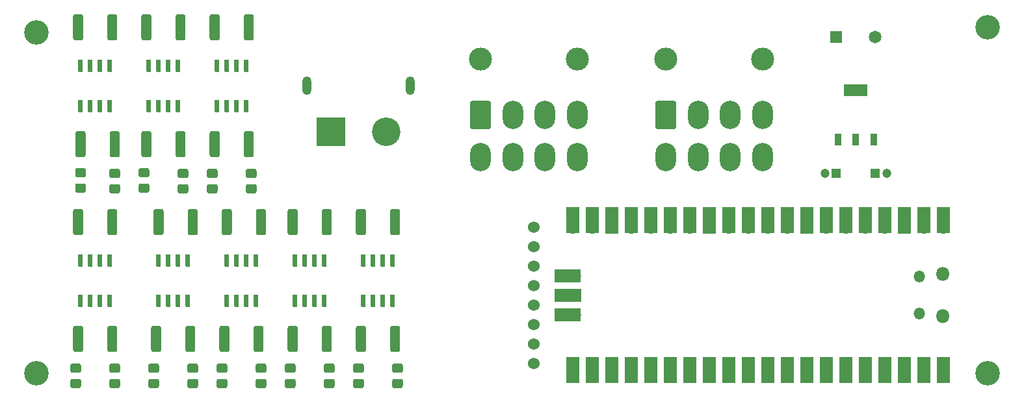
<source format=gbr>
G04 #@! TF.GenerationSoftware,KiCad,Pcbnew,(5.1.10-1-10_14)*
G04 #@! TF.CreationDate,2021-11-10T20:03:13-05:00*
G04 #@! TF.ProjectId,ISAAC_V2,49534141-435f-4563-922e-6b696361645f,rev?*
G04 #@! TF.SameCoordinates,Original*
G04 #@! TF.FileFunction,Soldermask,Top*
G04 #@! TF.FilePolarity,Negative*
%FSLAX46Y46*%
G04 Gerber Fmt 4.6, Leading zero omitted, Abs format (unit mm)*
G04 Created by KiCad (PCBNEW (5.1.10-1-10_14)) date 2021-11-10 20:03:13*
%MOMM*%
%LPD*%
G01*
G04 APERTURE LIST*
%ADD10C,1.200000*%
%ADD11R,1.200000X1.200000*%
%ADD12C,3.200000*%
%ADD13C,3.000000*%
%ADD14O,2.700000X3.700000*%
%ADD15R,1.650000X1.650000*%
%ADD16C,1.650000*%
%ADD17R,3.716000X3.716000*%
%ADD18C,3.716000*%
%ADD19O,1.200000X2.400000*%
%ADD20C,1.524000*%
%ADD21R,0.838200X1.600200*%
%ADD22R,3.098800X1.600200*%
%ADD23O,1.700000X1.700000*%
%ADD24R,1.700000X1.700000*%
%ADD25R,1.700000X3.500000*%
%ADD26O,1.800000X1.800000*%
%ADD27O,1.500000X1.500000*%
%ADD28R,3.500000X1.700000*%
G04 APERTURE END LIST*
D10*
X214400000Y-95250000D03*
D11*
X215900000Y-95250000D03*
X220980000Y-95250000D03*
D10*
X222480000Y-95250000D03*
G36*
G01*
X153335000Y-103050000D02*
X153335000Y-100150000D01*
G75*
G02*
X153585000Y-99900000I250000J0D01*
G01*
X154385000Y-99900000D01*
G75*
G02*
X154635000Y-100150000I0J-250000D01*
G01*
X154635000Y-103050000D01*
G75*
G02*
X154385000Y-103300000I-250000J0D01*
G01*
X153585000Y-103300000D01*
G75*
G02*
X153335000Y-103050000I0J250000D01*
G01*
G37*
G36*
G01*
X157785000Y-103050000D02*
X157785000Y-100150000D01*
G75*
G02*
X158035000Y-99900000I250000J0D01*
G01*
X158835000Y-99900000D01*
G75*
G02*
X159085000Y-100150000I0J-250000D01*
G01*
X159085000Y-103050000D01*
G75*
G02*
X158835000Y-103300000I-250000J0D01*
G01*
X158035000Y-103300000D01*
G75*
G02*
X157785000Y-103050000I0J250000D01*
G01*
G37*
G36*
G01*
X157785000Y-118290000D02*
X157785000Y-115390000D01*
G75*
G02*
X158035000Y-115140000I250000J0D01*
G01*
X158835000Y-115140000D01*
G75*
G02*
X159085000Y-115390000I0J-250000D01*
G01*
X159085000Y-118290000D01*
G75*
G02*
X158835000Y-118540000I-250000J0D01*
G01*
X158035000Y-118540000D01*
G75*
G02*
X157785000Y-118290000I0J250000D01*
G01*
G37*
G36*
G01*
X153335000Y-118290000D02*
X153335000Y-115390000D01*
G75*
G02*
X153585000Y-115140000I250000J0D01*
G01*
X154385000Y-115140000D01*
G75*
G02*
X154635000Y-115390000I0J-250000D01*
G01*
X154635000Y-118290000D01*
G75*
G02*
X154385000Y-118540000I-250000J0D01*
G01*
X153585000Y-118540000D01*
G75*
G02*
X153335000Y-118290000I0J250000D01*
G01*
G37*
G36*
G01*
X144445000Y-103050000D02*
X144445000Y-100150000D01*
G75*
G02*
X144695000Y-99900000I250000J0D01*
G01*
X145495000Y-99900000D01*
G75*
G02*
X145745000Y-100150000I0J-250000D01*
G01*
X145745000Y-103050000D01*
G75*
G02*
X145495000Y-103300000I-250000J0D01*
G01*
X144695000Y-103300000D01*
G75*
G02*
X144445000Y-103050000I0J250000D01*
G01*
G37*
G36*
G01*
X148895000Y-103050000D02*
X148895000Y-100150000D01*
G75*
G02*
X149145000Y-99900000I250000J0D01*
G01*
X149945000Y-99900000D01*
G75*
G02*
X150195000Y-100150000I0J-250000D01*
G01*
X150195000Y-103050000D01*
G75*
G02*
X149945000Y-103300000I-250000J0D01*
G01*
X149145000Y-103300000D01*
G75*
G02*
X148895000Y-103050000I0J250000D01*
G01*
G37*
G36*
G01*
X148895000Y-118290000D02*
X148895000Y-115390000D01*
G75*
G02*
X149145000Y-115140000I250000J0D01*
G01*
X149945000Y-115140000D01*
G75*
G02*
X150195000Y-115390000I0J-250000D01*
G01*
X150195000Y-118290000D01*
G75*
G02*
X149945000Y-118540000I-250000J0D01*
G01*
X149145000Y-118540000D01*
G75*
G02*
X148895000Y-118290000I0J250000D01*
G01*
G37*
G36*
G01*
X144445000Y-118290000D02*
X144445000Y-115390000D01*
G75*
G02*
X144695000Y-115140000I250000J0D01*
G01*
X145495000Y-115140000D01*
G75*
G02*
X145745000Y-115390000I0J-250000D01*
G01*
X145745000Y-118290000D01*
G75*
G02*
X145495000Y-118540000I-250000J0D01*
G01*
X144695000Y-118540000D01*
G75*
G02*
X144445000Y-118290000I0J250000D01*
G01*
G37*
G36*
G01*
X135870000Y-103050000D02*
X135870000Y-100150000D01*
G75*
G02*
X136120000Y-99900000I250000J0D01*
G01*
X136920000Y-99900000D01*
G75*
G02*
X137170000Y-100150000I0J-250000D01*
G01*
X137170000Y-103050000D01*
G75*
G02*
X136920000Y-103300000I-250000J0D01*
G01*
X136120000Y-103300000D01*
G75*
G02*
X135870000Y-103050000I0J250000D01*
G01*
G37*
G36*
G01*
X140320000Y-103050000D02*
X140320000Y-100150000D01*
G75*
G02*
X140570000Y-99900000I250000J0D01*
G01*
X141370000Y-99900000D01*
G75*
G02*
X141620000Y-100150000I0J-250000D01*
G01*
X141620000Y-103050000D01*
G75*
G02*
X141370000Y-103300000I-250000J0D01*
G01*
X140570000Y-103300000D01*
G75*
G02*
X140320000Y-103050000I0J250000D01*
G01*
G37*
G36*
G01*
X140005000Y-118290000D02*
X140005000Y-115390000D01*
G75*
G02*
X140255000Y-115140000I250000J0D01*
G01*
X141055000Y-115140000D01*
G75*
G02*
X141305000Y-115390000I0J-250000D01*
G01*
X141305000Y-118290000D01*
G75*
G02*
X141055000Y-118540000I-250000J0D01*
G01*
X140255000Y-118540000D01*
G75*
G02*
X140005000Y-118290000I0J250000D01*
G01*
G37*
G36*
G01*
X135555000Y-118290000D02*
X135555000Y-115390000D01*
G75*
G02*
X135805000Y-115140000I250000J0D01*
G01*
X136605000Y-115140000D01*
G75*
G02*
X136855000Y-115390000I0J-250000D01*
G01*
X136855000Y-118290000D01*
G75*
G02*
X136605000Y-118540000I-250000J0D01*
G01*
X135805000Y-118540000D01*
G75*
G02*
X135555000Y-118290000I0J250000D01*
G01*
G37*
G36*
G01*
X126980000Y-103050000D02*
X126980000Y-100150000D01*
G75*
G02*
X127230000Y-99900000I250000J0D01*
G01*
X128030000Y-99900000D01*
G75*
G02*
X128280000Y-100150000I0J-250000D01*
G01*
X128280000Y-103050000D01*
G75*
G02*
X128030000Y-103300000I-250000J0D01*
G01*
X127230000Y-103300000D01*
G75*
G02*
X126980000Y-103050000I0J250000D01*
G01*
G37*
G36*
G01*
X131430000Y-103050000D02*
X131430000Y-100150000D01*
G75*
G02*
X131680000Y-99900000I250000J0D01*
G01*
X132480000Y-99900000D01*
G75*
G02*
X132730000Y-100150000I0J-250000D01*
G01*
X132730000Y-103050000D01*
G75*
G02*
X132480000Y-103300000I-250000J0D01*
G01*
X131680000Y-103300000D01*
G75*
G02*
X131430000Y-103050000I0J250000D01*
G01*
G37*
G36*
G01*
X131115000Y-118290000D02*
X131115000Y-115390000D01*
G75*
G02*
X131365000Y-115140000I250000J0D01*
G01*
X132165000Y-115140000D01*
G75*
G02*
X132415000Y-115390000I0J-250000D01*
G01*
X132415000Y-118290000D01*
G75*
G02*
X132165000Y-118540000I-250000J0D01*
G01*
X131365000Y-118540000D01*
G75*
G02*
X131115000Y-118290000I0J250000D01*
G01*
G37*
G36*
G01*
X126665000Y-118290000D02*
X126665000Y-115390000D01*
G75*
G02*
X126915000Y-115140000I250000J0D01*
G01*
X127715000Y-115140000D01*
G75*
G02*
X127965000Y-115390000I0J-250000D01*
G01*
X127965000Y-118290000D01*
G75*
G02*
X127715000Y-118540000I-250000J0D01*
G01*
X126915000Y-118540000D01*
G75*
G02*
X126665000Y-118290000I0J250000D01*
G01*
G37*
G36*
G01*
X116505000Y-103050000D02*
X116505000Y-100150000D01*
G75*
G02*
X116755000Y-99900000I250000J0D01*
G01*
X117555000Y-99900000D01*
G75*
G02*
X117805000Y-100150000I0J-250000D01*
G01*
X117805000Y-103050000D01*
G75*
G02*
X117555000Y-103300000I-250000J0D01*
G01*
X116755000Y-103300000D01*
G75*
G02*
X116505000Y-103050000I0J250000D01*
G01*
G37*
G36*
G01*
X120955000Y-103050000D02*
X120955000Y-100150000D01*
G75*
G02*
X121205000Y-99900000I250000J0D01*
G01*
X122005000Y-99900000D01*
G75*
G02*
X122255000Y-100150000I0J-250000D01*
G01*
X122255000Y-103050000D01*
G75*
G02*
X122005000Y-103300000I-250000J0D01*
G01*
X121205000Y-103300000D01*
G75*
G02*
X120955000Y-103050000I0J250000D01*
G01*
G37*
G36*
G01*
X120955000Y-118290000D02*
X120955000Y-115390000D01*
G75*
G02*
X121205000Y-115140000I250000J0D01*
G01*
X122005000Y-115140000D01*
G75*
G02*
X122255000Y-115390000I0J-250000D01*
G01*
X122255000Y-118290000D01*
G75*
G02*
X122005000Y-118540000I-250000J0D01*
G01*
X121205000Y-118540000D01*
G75*
G02*
X120955000Y-118290000I0J250000D01*
G01*
G37*
G36*
G01*
X116505000Y-118290000D02*
X116505000Y-115390000D01*
G75*
G02*
X116755000Y-115140000I250000J0D01*
G01*
X117555000Y-115140000D01*
G75*
G02*
X117805000Y-115390000I0J-250000D01*
G01*
X117805000Y-118290000D01*
G75*
G02*
X117555000Y-118540000I-250000J0D01*
G01*
X116755000Y-118540000D01*
G75*
G02*
X116505000Y-118290000I0J250000D01*
G01*
G37*
G36*
G01*
X134285000Y-77650000D02*
X134285000Y-74750000D01*
G75*
G02*
X134535000Y-74500000I250000J0D01*
G01*
X135335000Y-74500000D01*
G75*
G02*
X135585000Y-74750000I0J-250000D01*
G01*
X135585000Y-77650000D01*
G75*
G02*
X135335000Y-77900000I-250000J0D01*
G01*
X134535000Y-77900000D01*
G75*
G02*
X134285000Y-77650000I0J250000D01*
G01*
G37*
G36*
G01*
X138735000Y-77650000D02*
X138735000Y-74750000D01*
G75*
G02*
X138985000Y-74500000I250000J0D01*
G01*
X139785000Y-74500000D01*
G75*
G02*
X140035000Y-74750000I0J-250000D01*
G01*
X140035000Y-77650000D01*
G75*
G02*
X139785000Y-77900000I-250000J0D01*
G01*
X138985000Y-77900000D01*
G75*
G02*
X138735000Y-77650000I0J250000D01*
G01*
G37*
G36*
G01*
X138735000Y-92890000D02*
X138735000Y-89990000D01*
G75*
G02*
X138985000Y-89740000I250000J0D01*
G01*
X139785000Y-89740000D01*
G75*
G02*
X140035000Y-89990000I0J-250000D01*
G01*
X140035000Y-92890000D01*
G75*
G02*
X139785000Y-93140000I-250000J0D01*
G01*
X138985000Y-93140000D01*
G75*
G02*
X138735000Y-92890000I0J250000D01*
G01*
G37*
G36*
G01*
X134285000Y-92890000D02*
X134285000Y-89990000D01*
G75*
G02*
X134535000Y-89740000I250000J0D01*
G01*
X135335000Y-89740000D01*
G75*
G02*
X135585000Y-89990000I0J-250000D01*
G01*
X135585000Y-92890000D01*
G75*
G02*
X135335000Y-93140000I-250000J0D01*
G01*
X134535000Y-93140000D01*
G75*
G02*
X134285000Y-92890000I0J250000D01*
G01*
G37*
G36*
G01*
X125395000Y-77650000D02*
X125395000Y-74750000D01*
G75*
G02*
X125645000Y-74500000I250000J0D01*
G01*
X126445000Y-74500000D01*
G75*
G02*
X126695000Y-74750000I0J-250000D01*
G01*
X126695000Y-77650000D01*
G75*
G02*
X126445000Y-77900000I-250000J0D01*
G01*
X125645000Y-77900000D01*
G75*
G02*
X125395000Y-77650000I0J250000D01*
G01*
G37*
G36*
G01*
X129845000Y-77650000D02*
X129845000Y-74750000D01*
G75*
G02*
X130095000Y-74500000I250000J0D01*
G01*
X130895000Y-74500000D01*
G75*
G02*
X131145000Y-74750000I0J-250000D01*
G01*
X131145000Y-77650000D01*
G75*
G02*
X130895000Y-77900000I-250000J0D01*
G01*
X130095000Y-77900000D01*
G75*
G02*
X129845000Y-77650000I0J250000D01*
G01*
G37*
G36*
G01*
X129845000Y-92890000D02*
X129845000Y-89990000D01*
G75*
G02*
X130095000Y-89740000I250000J0D01*
G01*
X130895000Y-89740000D01*
G75*
G02*
X131145000Y-89990000I0J-250000D01*
G01*
X131145000Y-92890000D01*
G75*
G02*
X130895000Y-93140000I-250000J0D01*
G01*
X130095000Y-93140000D01*
G75*
G02*
X129845000Y-92890000I0J250000D01*
G01*
G37*
G36*
G01*
X125395000Y-92890000D02*
X125395000Y-89990000D01*
G75*
G02*
X125645000Y-89740000I250000J0D01*
G01*
X126445000Y-89740000D01*
G75*
G02*
X126695000Y-89990000I0J-250000D01*
G01*
X126695000Y-92890000D01*
G75*
G02*
X126445000Y-93140000I-250000J0D01*
G01*
X125645000Y-93140000D01*
G75*
G02*
X125395000Y-92890000I0J250000D01*
G01*
G37*
G36*
G01*
X116505000Y-77650000D02*
X116505000Y-74750000D01*
G75*
G02*
X116755000Y-74500000I250000J0D01*
G01*
X117555000Y-74500000D01*
G75*
G02*
X117805000Y-74750000I0J-250000D01*
G01*
X117805000Y-77650000D01*
G75*
G02*
X117555000Y-77900000I-250000J0D01*
G01*
X116755000Y-77900000D01*
G75*
G02*
X116505000Y-77650000I0J250000D01*
G01*
G37*
G36*
G01*
X120955000Y-77650000D02*
X120955000Y-74750000D01*
G75*
G02*
X121205000Y-74500000I250000J0D01*
G01*
X122005000Y-74500000D01*
G75*
G02*
X122255000Y-74750000I0J-250000D01*
G01*
X122255000Y-77650000D01*
G75*
G02*
X122005000Y-77900000I-250000J0D01*
G01*
X121205000Y-77900000D01*
G75*
G02*
X120955000Y-77650000I0J250000D01*
G01*
G37*
G36*
G01*
X121270000Y-92890000D02*
X121270000Y-89990000D01*
G75*
G02*
X121520000Y-89740000I250000J0D01*
G01*
X122320000Y-89740000D01*
G75*
G02*
X122570000Y-89990000I0J-250000D01*
G01*
X122570000Y-92890000D01*
G75*
G02*
X122320000Y-93140000I-250000J0D01*
G01*
X121520000Y-93140000D01*
G75*
G02*
X121270000Y-92890000I0J250000D01*
G01*
G37*
G36*
G01*
X116820000Y-92890000D02*
X116820000Y-89990000D01*
G75*
G02*
X117070000Y-89740000I250000J0D01*
G01*
X117870000Y-89740000D01*
G75*
G02*
X118120000Y-89990000I0J-250000D01*
G01*
X118120000Y-92890000D01*
G75*
G02*
X117870000Y-93140000I-250000J0D01*
G01*
X117070000Y-93140000D01*
G75*
G02*
X116820000Y-92890000I0J250000D01*
G01*
G37*
D12*
X235585000Y-76200000D03*
X235585000Y-121285000D03*
X111760000Y-76835000D03*
X111760000Y-121285000D03*
D13*
X206275000Y-80330000D03*
X193675000Y-80330000D03*
D14*
X206275000Y-93130000D03*
X202075000Y-93130000D03*
X197875000Y-93130000D03*
X193675000Y-93130000D03*
X206275000Y-87630000D03*
X202075000Y-87630000D03*
X197875000Y-87630000D03*
G36*
G01*
X192325000Y-89229999D02*
X192325000Y-86030001D01*
G75*
G02*
X192575001Y-85780000I250001J0D01*
G01*
X194774999Y-85780000D01*
G75*
G02*
X195025000Y-86030001I0J-250001D01*
G01*
X195025000Y-89229999D01*
G75*
G02*
X194774999Y-89480000I-250001J0D01*
G01*
X192575001Y-89480000D01*
G75*
G02*
X192325000Y-89229999I0J250001D01*
G01*
G37*
G36*
G01*
X168195000Y-89229999D02*
X168195000Y-86030001D01*
G75*
G02*
X168445001Y-85780000I250001J0D01*
G01*
X170644999Y-85780000D01*
G75*
G02*
X170895000Y-86030001I0J-250001D01*
G01*
X170895000Y-89229999D01*
G75*
G02*
X170644999Y-89480000I-250001J0D01*
G01*
X168445001Y-89480000D01*
G75*
G02*
X168195000Y-89229999I0J250001D01*
G01*
G37*
X173745000Y-87630000D03*
X177945000Y-87630000D03*
X182145000Y-87630000D03*
X169545000Y-93130000D03*
X173745000Y-93130000D03*
X177945000Y-93130000D03*
X182145000Y-93130000D03*
D13*
X169545000Y-80330000D03*
X182145000Y-80330000D03*
D15*
X215900000Y-77470000D03*
D16*
X220980000Y-77470000D03*
D17*
X150070000Y-89820000D03*
D18*
X157270000Y-89820000D03*
D19*
X146920000Y-83820000D03*
X160420000Y-83820000D03*
G36*
G01*
X159200001Y-123250000D02*
X158299999Y-123250000D01*
G75*
G02*
X158050000Y-123000001I0J249999D01*
G01*
X158050000Y-122299999D01*
G75*
G02*
X158299999Y-122050000I249999J0D01*
G01*
X159200001Y-122050000D01*
G75*
G02*
X159450000Y-122299999I0J-249999D01*
G01*
X159450000Y-123000001D01*
G75*
G02*
X159200001Y-123250000I-249999J0D01*
G01*
G37*
G36*
G01*
X159200001Y-121250000D02*
X158299999Y-121250000D01*
G75*
G02*
X158050000Y-121000001I0J249999D01*
G01*
X158050000Y-120299999D01*
G75*
G02*
X158299999Y-120050000I249999J0D01*
G01*
X159200001Y-120050000D01*
G75*
G02*
X159450000Y-120299999I0J-249999D01*
G01*
X159450000Y-121000001D01*
G75*
G02*
X159200001Y-121250000I-249999J0D01*
G01*
G37*
G36*
G01*
X154120001Y-123250000D02*
X153219999Y-123250000D01*
G75*
G02*
X152970000Y-123000001I0J249999D01*
G01*
X152970000Y-122299999D01*
G75*
G02*
X153219999Y-122050000I249999J0D01*
G01*
X154120001Y-122050000D01*
G75*
G02*
X154370000Y-122299999I0J-249999D01*
G01*
X154370000Y-123000001D01*
G75*
G02*
X154120001Y-123250000I-249999J0D01*
G01*
G37*
G36*
G01*
X154120001Y-121250000D02*
X153219999Y-121250000D01*
G75*
G02*
X152970000Y-121000001I0J249999D01*
G01*
X152970000Y-120299999D01*
G75*
G02*
X153219999Y-120050000I249999J0D01*
G01*
X154120001Y-120050000D01*
G75*
G02*
X154370000Y-120299999I0J-249999D01*
G01*
X154370000Y-121000001D01*
G75*
G02*
X154120001Y-121250000I-249999J0D01*
G01*
G37*
G36*
G01*
X150310001Y-121250000D02*
X149409999Y-121250000D01*
G75*
G02*
X149160000Y-121000001I0J249999D01*
G01*
X149160000Y-120299999D01*
G75*
G02*
X149409999Y-120050000I249999J0D01*
G01*
X150310001Y-120050000D01*
G75*
G02*
X150560000Y-120299999I0J-249999D01*
G01*
X150560000Y-121000001D01*
G75*
G02*
X150310001Y-121250000I-249999J0D01*
G01*
G37*
G36*
G01*
X150310001Y-123250000D02*
X149409999Y-123250000D01*
G75*
G02*
X149160000Y-123000001I0J249999D01*
G01*
X149160000Y-122299999D01*
G75*
G02*
X149409999Y-122050000I249999J0D01*
G01*
X150310001Y-122050000D01*
G75*
G02*
X150560000Y-122299999I0J-249999D01*
G01*
X150560000Y-123000001D01*
G75*
G02*
X150310001Y-123250000I-249999J0D01*
G01*
G37*
G36*
G01*
X145230001Y-121250000D02*
X144329999Y-121250000D01*
G75*
G02*
X144080000Y-121000001I0J249999D01*
G01*
X144080000Y-120299999D01*
G75*
G02*
X144329999Y-120050000I249999J0D01*
G01*
X145230001Y-120050000D01*
G75*
G02*
X145480000Y-120299999I0J-249999D01*
G01*
X145480000Y-121000001D01*
G75*
G02*
X145230001Y-121250000I-249999J0D01*
G01*
G37*
G36*
G01*
X145230001Y-123250000D02*
X144329999Y-123250000D01*
G75*
G02*
X144080000Y-123000001I0J249999D01*
G01*
X144080000Y-122299999D01*
G75*
G02*
X144329999Y-122050000I249999J0D01*
G01*
X145230001Y-122050000D01*
G75*
G02*
X145480000Y-122299999I0J-249999D01*
G01*
X145480000Y-123000001D01*
G75*
G02*
X145230001Y-123250000I-249999J0D01*
G01*
G37*
G36*
G01*
X141420001Y-123250000D02*
X140519999Y-123250000D01*
G75*
G02*
X140270000Y-123000001I0J249999D01*
G01*
X140270000Y-122299999D01*
G75*
G02*
X140519999Y-122050000I249999J0D01*
G01*
X141420001Y-122050000D01*
G75*
G02*
X141670000Y-122299999I0J-249999D01*
G01*
X141670000Y-123000001D01*
G75*
G02*
X141420001Y-123250000I-249999J0D01*
G01*
G37*
G36*
G01*
X141420001Y-121250000D02*
X140519999Y-121250000D01*
G75*
G02*
X140270000Y-121000001I0J249999D01*
G01*
X140270000Y-120299999D01*
G75*
G02*
X140519999Y-120050000I249999J0D01*
G01*
X141420001Y-120050000D01*
G75*
G02*
X141670000Y-120299999I0J-249999D01*
G01*
X141670000Y-121000001D01*
G75*
G02*
X141420001Y-121250000I-249999J0D01*
G01*
G37*
G36*
G01*
X136340001Y-123250000D02*
X135439999Y-123250000D01*
G75*
G02*
X135190000Y-123000001I0J249999D01*
G01*
X135190000Y-122299999D01*
G75*
G02*
X135439999Y-122050000I249999J0D01*
G01*
X136340001Y-122050000D01*
G75*
G02*
X136590000Y-122299999I0J-249999D01*
G01*
X136590000Y-123000001D01*
G75*
G02*
X136340001Y-123250000I-249999J0D01*
G01*
G37*
G36*
G01*
X136340001Y-121250000D02*
X135439999Y-121250000D01*
G75*
G02*
X135190000Y-121000001I0J249999D01*
G01*
X135190000Y-120299999D01*
G75*
G02*
X135439999Y-120050000I249999J0D01*
G01*
X136340001Y-120050000D01*
G75*
G02*
X136590000Y-120299999I0J-249999D01*
G01*
X136590000Y-121000001D01*
G75*
G02*
X136340001Y-121250000I-249999J0D01*
G01*
G37*
G36*
G01*
X132530001Y-121250000D02*
X131629999Y-121250000D01*
G75*
G02*
X131380000Y-121000001I0J249999D01*
G01*
X131380000Y-120299999D01*
G75*
G02*
X131629999Y-120050000I249999J0D01*
G01*
X132530001Y-120050000D01*
G75*
G02*
X132780000Y-120299999I0J-249999D01*
G01*
X132780000Y-121000001D01*
G75*
G02*
X132530001Y-121250000I-249999J0D01*
G01*
G37*
G36*
G01*
X132530001Y-123250000D02*
X131629999Y-123250000D01*
G75*
G02*
X131380000Y-123000001I0J249999D01*
G01*
X131380000Y-122299999D01*
G75*
G02*
X131629999Y-122050000I249999J0D01*
G01*
X132530001Y-122050000D01*
G75*
G02*
X132780000Y-122299999I0J-249999D01*
G01*
X132780000Y-123000001D01*
G75*
G02*
X132530001Y-123250000I-249999J0D01*
G01*
G37*
G36*
G01*
X127450001Y-123250000D02*
X126549999Y-123250000D01*
G75*
G02*
X126300000Y-123000001I0J249999D01*
G01*
X126300000Y-122299999D01*
G75*
G02*
X126549999Y-122050000I249999J0D01*
G01*
X127450001Y-122050000D01*
G75*
G02*
X127700000Y-122299999I0J-249999D01*
G01*
X127700000Y-123000001D01*
G75*
G02*
X127450001Y-123250000I-249999J0D01*
G01*
G37*
G36*
G01*
X127450001Y-121250000D02*
X126549999Y-121250000D01*
G75*
G02*
X126300000Y-121000001I0J249999D01*
G01*
X126300000Y-120299999D01*
G75*
G02*
X126549999Y-120050000I249999J0D01*
G01*
X127450001Y-120050000D01*
G75*
G02*
X127700000Y-120299999I0J-249999D01*
G01*
X127700000Y-121000001D01*
G75*
G02*
X127450001Y-121250000I-249999J0D01*
G01*
G37*
G36*
G01*
X122370001Y-121250000D02*
X121469999Y-121250000D01*
G75*
G02*
X121220000Y-121000001I0J249999D01*
G01*
X121220000Y-120299999D01*
G75*
G02*
X121469999Y-120050000I249999J0D01*
G01*
X122370001Y-120050000D01*
G75*
G02*
X122620000Y-120299999I0J-249999D01*
G01*
X122620000Y-121000001D01*
G75*
G02*
X122370001Y-121250000I-249999J0D01*
G01*
G37*
G36*
G01*
X122370001Y-123250000D02*
X121469999Y-123250000D01*
G75*
G02*
X121220000Y-123000001I0J249999D01*
G01*
X121220000Y-122299999D01*
G75*
G02*
X121469999Y-122050000I249999J0D01*
G01*
X122370001Y-122050000D01*
G75*
G02*
X122620000Y-122299999I0J-249999D01*
G01*
X122620000Y-123000001D01*
G75*
G02*
X122370001Y-123250000I-249999J0D01*
G01*
G37*
G36*
G01*
X117290001Y-121250000D02*
X116389999Y-121250000D01*
G75*
G02*
X116140000Y-121000001I0J249999D01*
G01*
X116140000Y-120299999D01*
G75*
G02*
X116389999Y-120050000I249999J0D01*
G01*
X117290001Y-120050000D01*
G75*
G02*
X117540000Y-120299999I0J-249999D01*
G01*
X117540000Y-121000001D01*
G75*
G02*
X117290001Y-121250000I-249999J0D01*
G01*
G37*
G36*
G01*
X117290001Y-123250000D02*
X116389999Y-123250000D01*
G75*
G02*
X116140000Y-123000001I0J249999D01*
G01*
X116140000Y-122299999D01*
G75*
G02*
X116389999Y-122050000I249999J0D01*
G01*
X117290001Y-122050000D01*
G75*
G02*
X117540000Y-122299999I0J-249999D01*
G01*
X117540000Y-123000001D01*
G75*
G02*
X117290001Y-123250000I-249999J0D01*
G01*
G37*
G36*
G01*
X140150001Y-97850000D02*
X139249999Y-97850000D01*
G75*
G02*
X139000000Y-97600001I0J249999D01*
G01*
X139000000Y-96899999D01*
G75*
G02*
X139249999Y-96650000I249999J0D01*
G01*
X140150001Y-96650000D01*
G75*
G02*
X140400000Y-96899999I0J-249999D01*
G01*
X140400000Y-97600001D01*
G75*
G02*
X140150001Y-97850000I-249999J0D01*
G01*
G37*
G36*
G01*
X140150001Y-95850000D02*
X139249999Y-95850000D01*
G75*
G02*
X139000000Y-95600001I0J249999D01*
G01*
X139000000Y-94899999D01*
G75*
G02*
X139249999Y-94650000I249999J0D01*
G01*
X140150001Y-94650000D01*
G75*
G02*
X140400000Y-94899999I0J-249999D01*
G01*
X140400000Y-95600001D01*
G75*
G02*
X140150001Y-95850000I-249999J0D01*
G01*
G37*
G36*
G01*
X135070001Y-95850000D02*
X134169999Y-95850000D01*
G75*
G02*
X133920000Y-95600001I0J249999D01*
G01*
X133920000Y-94899999D01*
G75*
G02*
X134169999Y-94650000I249999J0D01*
G01*
X135070001Y-94650000D01*
G75*
G02*
X135320000Y-94899999I0J-249999D01*
G01*
X135320000Y-95600001D01*
G75*
G02*
X135070001Y-95850000I-249999J0D01*
G01*
G37*
G36*
G01*
X135070001Y-97850000D02*
X134169999Y-97850000D01*
G75*
G02*
X133920000Y-97600001I0J249999D01*
G01*
X133920000Y-96899999D01*
G75*
G02*
X134169999Y-96650000I249999J0D01*
G01*
X135070001Y-96650000D01*
G75*
G02*
X135320000Y-96899999I0J-249999D01*
G01*
X135320000Y-97600001D01*
G75*
G02*
X135070001Y-97850000I-249999J0D01*
G01*
G37*
G36*
G01*
X131260001Y-95850000D02*
X130359999Y-95850000D01*
G75*
G02*
X130110000Y-95600001I0J249999D01*
G01*
X130110000Y-94899999D01*
G75*
G02*
X130359999Y-94650000I249999J0D01*
G01*
X131260001Y-94650000D01*
G75*
G02*
X131510000Y-94899999I0J-249999D01*
G01*
X131510000Y-95600001D01*
G75*
G02*
X131260001Y-95850000I-249999J0D01*
G01*
G37*
G36*
G01*
X131260001Y-97850000D02*
X130359999Y-97850000D01*
G75*
G02*
X130110000Y-97600001I0J249999D01*
G01*
X130110000Y-96899999D01*
G75*
G02*
X130359999Y-96650000I249999J0D01*
G01*
X131260001Y-96650000D01*
G75*
G02*
X131510000Y-96899999I0J-249999D01*
G01*
X131510000Y-97600001D01*
G75*
G02*
X131260001Y-97850000I-249999J0D01*
G01*
G37*
G36*
G01*
X126180001Y-97755000D02*
X125279999Y-97755000D01*
G75*
G02*
X125030000Y-97505001I0J249999D01*
G01*
X125030000Y-96804999D01*
G75*
G02*
X125279999Y-96555000I249999J0D01*
G01*
X126180001Y-96555000D01*
G75*
G02*
X126430000Y-96804999I0J-249999D01*
G01*
X126430000Y-97505001D01*
G75*
G02*
X126180001Y-97755000I-249999J0D01*
G01*
G37*
G36*
G01*
X126180001Y-95755000D02*
X125279999Y-95755000D01*
G75*
G02*
X125030000Y-95505001I0J249999D01*
G01*
X125030000Y-94804999D01*
G75*
G02*
X125279999Y-94555000I249999J0D01*
G01*
X126180001Y-94555000D01*
G75*
G02*
X126430000Y-94804999I0J-249999D01*
G01*
X126430000Y-95505001D01*
G75*
G02*
X126180001Y-95755000I-249999J0D01*
G01*
G37*
G36*
G01*
X122370001Y-97850000D02*
X121469999Y-97850000D01*
G75*
G02*
X121220000Y-97600001I0J249999D01*
G01*
X121220000Y-96899999D01*
G75*
G02*
X121469999Y-96650000I249999J0D01*
G01*
X122370001Y-96650000D01*
G75*
G02*
X122620000Y-96899999I0J-249999D01*
G01*
X122620000Y-97600001D01*
G75*
G02*
X122370001Y-97850000I-249999J0D01*
G01*
G37*
G36*
G01*
X122370001Y-95850000D02*
X121469999Y-95850000D01*
G75*
G02*
X121220000Y-95600001I0J249999D01*
G01*
X121220000Y-94899999D01*
G75*
G02*
X121469999Y-94650000I249999J0D01*
G01*
X122370001Y-94650000D01*
G75*
G02*
X122620000Y-94899999I0J-249999D01*
G01*
X122620000Y-95600001D01*
G75*
G02*
X122370001Y-95850000I-249999J0D01*
G01*
G37*
G36*
G01*
X117925001Y-95755000D02*
X117024999Y-95755000D01*
G75*
G02*
X116775000Y-95505001I0J249999D01*
G01*
X116775000Y-94804999D01*
G75*
G02*
X117024999Y-94555000I249999J0D01*
G01*
X117925001Y-94555000D01*
G75*
G02*
X118175000Y-94804999I0J-249999D01*
G01*
X118175000Y-95505001D01*
G75*
G02*
X117925001Y-95755000I-249999J0D01*
G01*
G37*
G36*
G01*
X117925001Y-97755000D02*
X117024999Y-97755000D01*
G75*
G02*
X116775000Y-97505001I0J249999D01*
G01*
X116775000Y-96804999D01*
G75*
G02*
X117024999Y-96555000I249999J0D01*
G01*
X117925001Y-96555000D01*
G75*
G02*
X118175000Y-96804999I0J-249999D01*
G01*
X118175000Y-97505001D01*
G75*
G02*
X117925001Y-97755000I-249999J0D01*
G01*
G37*
G36*
G01*
X154558700Y-112635000D02*
X154051300Y-112635000D01*
G75*
G02*
X154010000Y-112593700I0J41300D01*
G01*
X154010000Y-111096300D01*
G75*
G02*
X154051300Y-111055000I41300J0D01*
G01*
X154558700Y-111055000D01*
G75*
G02*
X154600000Y-111096300I0J-41300D01*
G01*
X154600000Y-112593700D01*
G75*
G02*
X154558700Y-112635000I-41300J0D01*
G01*
G37*
G36*
G01*
X155828700Y-112635000D02*
X155321300Y-112635000D01*
G75*
G02*
X155280000Y-112593700I0J41300D01*
G01*
X155280000Y-111096300D01*
G75*
G02*
X155321300Y-111055000I41300J0D01*
G01*
X155828700Y-111055000D01*
G75*
G02*
X155870000Y-111096300I0J-41300D01*
G01*
X155870000Y-112593700D01*
G75*
G02*
X155828700Y-112635000I-41300J0D01*
G01*
G37*
G36*
G01*
X157098700Y-112635000D02*
X156591300Y-112635000D01*
G75*
G02*
X156550000Y-112593700I0J41300D01*
G01*
X156550000Y-111096300D01*
G75*
G02*
X156591300Y-111055000I41300J0D01*
G01*
X157098700Y-111055000D01*
G75*
G02*
X157140000Y-111096300I0J-41300D01*
G01*
X157140000Y-112593700D01*
G75*
G02*
X157098700Y-112635000I-41300J0D01*
G01*
G37*
G36*
G01*
X158368700Y-112635000D02*
X157861300Y-112635000D01*
G75*
G02*
X157820000Y-112593700I0J41300D01*
G01*
X157820000Y-111096300D01*
G75*
G02*
X157861300Y-111055000I41300J0D01*
G01*
X158368700Y-111055000D01*
G75*
G02*
X158410000Y-111096300I0J-41300D01*
G01*
X158410000Y-112593700D01*
G75*
G02*
X158368700Y-112635000I-41300J0D01*
G01*
G37*
G36*
G01*
X158368700Y-107385000D02*
X157861300Y-107385000D01*
G75*
G02*
X157820000Y-107343700I0J41300D01*
G01*
X157820000Y-105846300D01*
G75*
G02*
X157861300Y-105805000I41300J0D01*
G01*
X158368700Y-105805000D01*
G75*
G02*
X158410000Y-105846300I0J-41300D01*
G01*
X158410000Y-107343700D01*
G75*
G02*
X158368700Y-107385000I-41300J0D01*
G01*
G37*
G36*
G01*
X157098700Y-107385000D02*
X156591300Y-107385000D01*
G75*
G02*
X156550000Y-107343700I0J41300D01*
G01*
X156550000Y-105846300D01*
G75*
G02*
X156591300Y-105805000I41300J0D01*
G01*
X157098700Y-105805000D01*
G75*
G02*
X157140000Y-105846300I0J-41300D01*
G01*
X157140000Y-107343700D01*
G75*
G02*
X157098700Y-107385000I-41300J0D01*
G01*
G37*
G36*
G01*
X155828700Y-107385000D02*
X155321300Y-107385000D01*
G75*
G02*
X155280000Y-107343700I0J41300D01*
G01*
X155280000Y-105846300D01*
G75*
G02*
X155321300Y-105805000I41300J0D01*
G01*
X155828700Y-105805000D01*
G75*
G02*
X155870000Y-105846300I0J-41300D01*
G01*
X155870000Y-107343700D01*
G75*
G02*
X155828700Y-107385000I-41300J0D01*
G01*
G37*
G36*
G01*
X154558700Y-107385000D02*
X154051300Y-107385000D01*
G75*
G02*
X154010000Y-107343700I0J41300D01*
G01*
X154010000Y-105846300D01*
G75*
G02*
X154051300Y-105805000I41300J0D01*
G01*
X154558700Y-105805000D01*
G75*
G02*
X154600000Y-105846300I0J-41300D01*
G01*
X154600000Y-107343700D01*
G75*
G02*
X154558700Y-107385000I-41300J0D01*
G01*
G37*
G36*
G01*
X145668700Y-112635000D02*
X145161300Y-112635000D01*
G75*
G02*
X145120000Y-112593700I0J41300D01*
G01*
X145120000Y-111096300D01*
G75*
G02*
X145161300Y-111055000I41300J0D01*
G01*
X145668700Y-111055000D01*
G75*
G02*
X145710000Y-111096300I0J-41300D01*
G01*
X145710000Y-112593700D01*
G75*
G02*
X145668700Y-112635000I-41300J0D01*
G01*
G37*
G36*
G01*
X146938700Y-112635000D02*
X146431300Y-112635000D01*
G75*
G02*
X146390000Y-112593700I0J41300D01*
G01*
X146390000Y-111096300D01*
G75*
G02*
X146431300Y-111055000I41300J0D01*
G01*
X146938700Y-111055000D01*
G75*
G02*
X146980000Y-111096300I0J-41300D01*
G01*
X146980000Y-112593700D01*
G75*
G02*
X146938700Y-112635000I-41300J0D01*
G01*
G37*
G36*
G01*
X148208700Y-112635000D02*
X147701300Y-112635000D01*
G75*
G02*
X147660000Y-112593700I0J41300D01*
G01*
X147660000Y-111096300D01*
G75*
G02*
X147701300Y-111055000I41300J0D01*
G01*
X148208700Y-111055000D01*
G75*
G02*
X148250000Y-111096300I0J-41300D01*
G01*
X148250000Y-112593700D01*
G75*
G02*
X148208700Y-112635000I-41300J0D01*
G01*
G37*
G36*
G01*
X149478700Y-112635000D02*
X148971300Y-112635000D01*
G75*
G02*
X148930000Y-112593700I0J41300D01*
G01*
X148930000Y-111096300D01*
G75*
G02*
X148971300Y-111055000I41300J0D01*
G01*
X149478700Y-111055000D01*
G75*
G02*
X149520000Y-111096300I0J-41300D01*
G01*
X149520000Y-112593700D01*
G75*
G02*
X149478700Y-112635000I-41300J0D01*
G01*
G37*
G36*
G01*
X149478700Y-107385000D02*
X148971300Y-107385000D01*
G75*
G02*
X148930000Y-107343700I0J41300D01*
G01*
X148930000Y-105846300D01*
G75*
G02*
X148971300Y-105805000I41300J0D01*
G01*
X149478700Y-105805000D01*
G75*
G02*
X149520000Y-105846300I0J-41300D01*
G01*
X149520000Y-107343700D01*
G75*
G02*
X149478700Y-107385000I-41300J0D01*
G01*
G37*
G36*
G01*
X148208700Y-107385000D02*
X147701300Y-107385000D01*
G75*
G02*
X147660000Y-107343700I0J41300D01*
G01*
X147660000Y-105846300D01*
G75*
G02*
X147701300Y-105805000I41300J0D01*
G01*
X148208700Y-105805000D01*
G75*
G02*
X148250000Y-105846300I0J-41300D01*
G01*
X148250000Y-107343700D01*
G75*
G02*
X148208700Y-107385000I-41300J0D01*
G01*
G37*
G36*
G01*
X146938700Y-107385000D02*
X146431300Y-107385000D01*
G75*
G02*
X146390000Y-107343700I0J41300D01*
G01*
X146390000Y-105846300D01*
G75*
G02*
X146431300Y-105805000I41300J0D01*
G01*
X146938700Y-105805000D01*
G75*
G02*
X146980000Y-105846300I0J-41300D01*
G01*
X146980000Y-107343700D01*
G75*
G02*
X146938700Y-107385000I-41300J0D01*
G01*
G37*
G36*
G01*
X145668700Y-107385000D02*
X145161300Y-107385000D01*
G75*
G02*
X145120000Y-107343700I0J41300D01*
G01*
X145120000Y-105846300D01*
G75*
G02*
X145161300Y-105805000I41300J0D01*
G01*
X145668700Y-105805000D01*
G75*
G02*
X145710000Y-105846300I0J-41300D01*
G01*
X145710000Y-107343700D01*
G75*
G02*
X145668700Y-107385000I-41300J0D01*
G01*
G37*
G36*
G01*
X136778700Y-107385000D02*
X136271300Y-107385000D01*
G75*
G02*
X136230000Y-107343700I0J41300D01*
G01*
X136230000Y-105846300D01*
G75*
G02*
X136271300Y-105805000I41300J0D01*
G01*
X136778700Y-105805000D01*
G75*
G02*
X136820000Y-105846300I0J-41300D01*
G01*
X136820000Y-107343700D01*
G75*
G02*
X136778700Y-107385000I-41300J0D01*
G01*
G37*
G36*
G01*
X138048700Y-107385000D02*
X137541300Y-107385000D01*
G75*
G02*
X137500000Y-107343700I0J41300D01*
G01*
X137500000Y-105846300D01*
G75*
G02*
X137541300Y-105805000I41300J0D01*
G01*
X138048700Y-105805000D01*
G75*
G02*
X138090000Y-105846300I0J-41300D01*
G01*
X138090000Y-107343700D01*
G75*
G02*
X138048700Y-107385000I-41300J0D01*
G01*
G37*
G36*
G01*
X139318700Y-107385000D02*
X138811300Y-107385000D01*
G75*
G02*
X138770000Y-107343700I0J41300D01*
G01*
X138770000Y-105846300D01*
G75*
G02*
X138811300Y-105805000I41300J0D01*
G01*
X139318700Y-105805000D01*
G75*
G02*
X139360000Y-105846300I0J-41300D01*
G01*
X139360000Y-107343700D01*
G75*
G02*
X139318700Y-107385000I-41300J0D01*
G01*
G37*
G36*
G01*
X140588700Y-107385000D02*
X140081300Y-107385000D01*
G75*
G02*
X140040000Y-107343700I0J41300D01*
G01*
X140040000Y-105846300D01*
G75*
G02*
X140081300Y-105805000I41300J0D01*
G01*
X140588700Y-105805000D01*
G75*
G02*
X140630000Y-105846300I0J-41300D01*
G01*
X140630000Y-107343700D01*
G75*
G02*
X140588700Y-107385000I-41300J0D01*
G01*
G37*
G36*
G01*
X140588700Y-112635000D02*
X140081300Y-112635000D01*
G75*
G02*
X140040000Y-112593700I0J41300D01*
G01*
X140040000Y-111096300D01*
G75*
G02*
X140081300Y-111055000I41300J0D01*
G01*
X140588700Y-111055000D01*
G75*
G02*
X140630000Y-111096300I0J-41300D01*
G01*
X140630000Y-112593700D01*
G75*
G02*
X140588700Y-112635000I-41300J0D01*
G01*
G37*
G36*
G01*
X139318700Y-112635000D02*
X138811300Y-112635000D01*
G75*
G02*
X138770000Y-112593700I0J41300D01*
G01*
X138770000Y-111096300D01*
G75*
G02*
X138811300Y-111055000I41300J0D01*
G01*
X139318700Y-111055000D01*
G75*
G02*
X139360000Y-111096300I0J-41300D01*
G01*
X139360000Y-112593700D01*
G75*
G02*
X139318700Y-112635000I-41300J0D01*
G01*
G37*
G36*
G01*
X138048700Y-112635000D02*
X137541300Y-112635000D01*
G75*
G02*
X137500000Y-112593700I0J41300D01*
G01*
X137500000Y-111096300D01*
G75*
G02*
X137541300Y-111055000I41300J0D01*
G01*
X138048700Y-111055000D01*
G75*
G02*
X138090000Y-111096300I0J-41300D01*
G01*
X138090000Y-112593700D01*
G75*
G02*
X138048700Y-112635000I-41300J0D01*
G01*
G37*
G36*
G01*
X136778700Y-112635000D02*
X136271300Y-112635000D01*
G75*
G02*
X136230000Y-112593700I0J41300D01*
G01*
X136230000Y-111096300D01*
G75*
G02*
X136271300Y-111055000I41300J0D01*
G01*
X136778700Y-111055000D01*
G75*
G02*
X136820000Y-111096300I0J-41300D01*
G01*
X136820000Y-112593700D01*
G75*
G02*
X136778700Y-112635000I-41300J0D01*
G01*
G37*
G36*
G01*
X127888700Y-107385000D02*
X127381300Y-107385000D01*
G75*
G02*
X127340000Y-107343700I0J41300D01*
G01*
X127340000Y-105846300D01*
G75*
G02*
X127381300Y-105805000I41300J0D01*
G01*
X127888700Y-105805000D01*
G75*
G02*
X127930000Y-105846300I0J-41300D01*
G01*
X127930000Y-107343700D01*
G75*
G02*
X127888700Y-107385000I-41300J0D01*
G01*
G37*
G36*
G01*
X129158700Y-107385000D02*
X128651300Y-107385000D01*
G75*
G02*
X128610000Y-107343700I0J41300D01*
G01*
X128610000Y-105846300D01*
G75*
G02*
X128651300Y-105805000I41300J0D01*
G01*
X129158700Y-105805000D01*
G75*
G02*
X129200000Y-105846300I0J-41300D01*
G01*
X129200000Y-107343700D01*
G75*
G02*
X129158700Y-107385000I-41300J0D01*
G01*
G37*
G36*
G01*
X130428700Y-107385000D02*
X129921300Y-107385000D01*
G75*
G02*
X129880000Y-107343700I0J41300D01*
G01*
X129880000Y-105846300D01*
G75*
G02*
X129921300Y-105805000I41300J0D01*
G01*
X130428700Y-105805000D01*
G75*
G02*
X130470000Y-105846300I0J-41300D01*
G01*
X130470000Y-107343700D01*
G75*
G02*
X130428700Y-107385000I-41300J0D01*
G01*
G37*
G36*
G01*
X131698700Y-107385000D02*
X131191300Y-107385000D01*
G75*
G02*
X131150000Y-107343700I0J41300D01*
G01*
X131150000Y-105846300D01*
G75*
G02*
X131191300Y-105805000I41300J0D01*
G01*
X131698700Y-105805000D01*
G75*
G02*
X131740000Y-105846300I0J-41300D01*
G01*
X131740000Y-107343700D01*
G75*
G02*
X131698700Y-107385000I-41300J0D01*
G01*
G37*
G36*
G01*
X131698700Y-112635000D02*
X131191300Y-112635000D01*
G75*
G02*
X131150000Y-112593700I0J41300D01*
G01*
X131150000Y-111096300D01*
G75*
G02*
X131191300Y-111055000I41300J0D01*
G01*
X131698700Y-111055000D01*
G75*
G02*
X131740000Y-111096300I0J-41300D01*
G01*
X131740000Y-112593700D01*
G75*
G02*
X131698700Y-112635000I-41300J0D01*
G01*
G37*
G36*
G01*
X130428700Y-112635000D02*
X129921300Y-112635000D01*
G75*
G02*
X129880000Y-112593700I0J41300D01*
G01*
X129880000Y-111096300D01*
G75*
G02*
X129921300Y-111055000I41300J0D01*
G01*
X130428700Y-111055000D01*
G75*
G02*
X130470000Y-111096300I0J-41300D01*
G01*
X130470000Y-112593700D01*
G75*
G02*
X130428700Y-112635000I-41300J0D01*
G01*
G37*
G36*
G01*
X129158700Y-112635000D02*
X128651300Y-112635000D01*
G75*
G02*
X128610000Y-112593700I0J41300D01*
G01*
X128610000Y-111096300D01*
G75*
G02*
X128651300Y-111055000I41300J0D01*
G01*
X129158700Y-111055000D01*
G75*
G02*
X129200000Y-111096300I0J-41300D01*
G01*
X129200000Y-112593700D01*
G75*
G02*
X129158700Y-112635000I-41300J0D01*
G01*
G37*
G36*
G01*
X127888700Y-112635000D02*
X127381300Y-112635000D01*
G75*
G02*
X127340000Y-112593700I0J41300D01*
G01*
X127340000Y-111096300D01*
G75*
G02*
X127381300Y-111055000I41300J0D01*
G01*
X127888700Y-111055000D01*
G75*
G02*
X127930000Y-111096300I0J-41300D01*
G01*
X127930000Y-112593700D01*
G75*
G02*
X127888700Y-112635000I-41300J0D01*
G01*
G37*
D20*
X176530000Y-120015000D03*
X176530000Y-117475000D03*
X176530000Y-114935000D03*
X176530000Y-112395000D03*
X176530000Y-109855000D03*
X176530000Y-107315000D03*
X176530000Y-104775000D03*
X176530000Y-102235000D03*
G36*
G01*
X117728700Y-112635000D02*
X117221300Y-112635000D01*
G75*
G02*
X117180000Y-112593700I0J41300D01*
G01*
X117180000Y-111096300D01*
G75*
G02*
X117221300Y-111055000I41300J0D01*
G01*
X117728700Y-111055000D01*
G75*
G02*
X117770000Y-111096300I0J-41300D01*
G01*
X117770000Y-112593700D01*
G75*
G02*
X117728700Y-112635000I-41300J0D01*
G01*
G37*
G36*
G01*
X118998700Y-112635000D02*
X118491300Y-112635000D01*
G75*
G02*
X118450000Y-112593700I0J41300D01*
G01*
X118450000Y-111096300D01*
G75*
G02*
X118491300Y-111055000I41300J0D01*
G01*
X118998700Y-111055000D01*
G75*
G02*
X119040000Y-111096300I0J-41300D01*
G01*
X119040000Y-112593700D01*
G75*
G02*
X118998700Y-112635000I-41300J0D01*
G01*
G37*
G36*
G01*
X120268700Y-112635000D02*
X119761300Y-112635000D01*
G75*
G02*
X119720000Y-112593700I0J41300D01*
G01*
X119720000Y-111096300D01*
G75*
G02*
X119761300Y-111055000I41300J0D01*
G01*
X120268700Y-111055000D01*
G75*
G02*
X120310000Y-111096300I0J-41300D01*
G01*
X120310000Y-112593700D01*
G75*
G02*
X120268700Y-112635000I-41300J0D01*
G01*
G37*
G36*
G01*
X121538700Y-112635000D02*
X121031300Y-112635000D01*
G75*
G02*
X120990000Y-112593700I0J41300D01*
G01*
X120990000Y-111096300D01*
G75*
G02*
X121031300Y-111055000I41300J0D01*
G01*
X121538700Y-111055000D01*
G75*
G02*
X121580000Y-111096300I0J-41300D01*
G01*
X121580000Y-112593700D01*
G75*
G02*
X121538700Y-112635000I-41300J0D01*
G01*
G37*
G36*
G01*
X121538700Y-107385000D02*
X121031300Y-107385000D01*
G75*
G02*
X120990000Y-107343700I0J41300D01*
G01*
X120990000Y-105846300D01*
G75*
G02*
X121031300Y-105805000I41300J0D01*
G01*
X121538700Y-105805000D01*
G75*
G02*
X121580000Y-105846300I0J-41300D01*
G01*
X121580000Y-107343700D01*
G75*
G02*
X121538700Y-107385000I-41300J0D01*
G01*
G37*
G36*
G01*
X120268700Y-107385000D02*
X119761300Y-107385000D01*
G75*
G02*
X119720000Y-107343700I0J41300D01*
G01*
X119720000Y-105846300D01*
G75*
G02*
X119761300Y-105805000I41300J0D01*
G01*
X120268700Y-105805000D01*
G75*
G02*
X120310000Y-105846300I0J-41300D01*
G01*
X120310000Y-107343700D01*
G75*
G02*
X120268700Y-107385000I-41300J0D01*
G01*
G37*
G36*
G01*
X118998700Y-107385000D02*
X118491300Y-107385000D01*
G75*
G02*
X118450000Y-107343700I0J41300D01*
G01*
X118450000Y-105846300D01*
G75*
G02*
X118491300Y-105805000I41300J0D01*
G01*
X118998700Y-105805000D01*
G75*
G02*
X119040000Y-105846300I0J-41300D01*
G01*
X119040000Y-107343700D01*
G75*
G02*
X118998700Y-107385000I-41300J0D01*
G01*
G37*
G36*
G01*
X117728700Y-107385000D02*
X117221300Y-107385000D01*
G75*
G02*
X117180000Y-107343700I0J41300D01*
G01*
X117180000Y-105846300D01*
G75*
G02*
X117221300Y-105805000I41300J0D01*
G01*
X117728700Y-105805000D01*
G75*
G02*
X117770000Y-105846300I0J-41300D01*
G01*
X117770000Y-107343700D01*
G75*
G02*
X117728700Y-107385000I-41300J0D01*
G01*
G37*
G36*
G01*
X135508700Y-81985000D02*
X135001300Y-81985000D01*
G75*
G02*
X134960000Y-81943700I0J41300D01*
G01*
X134960000Y-80446300D01*
G75*
G02*
X135001300Y-80405000I41300J0D01*
G01*
X135508700Y-80405000D01*
G75*
G02*
X135550000Y-80446300I0J-41300D01*
G01*
X135550000Y-81943700D01*
G75*
G02*
X135508700Y-81985000I-41300J0D01*
G01*
G37*
G36*
G01*
X136778700Y-81985000D02*
X136271300Y-81985000D01*
G75*
G02*
X136230000Y-81943700I0J41300D01*
G01*
X136230000Y-80446300D01*
G75*
G02*
X136271300Y-80405000I41300J0D01*
G01*
X136778700Y-80405000D01*
G75*
G02*
X136820000Y-80446300I0J-41300D01*
G01*
X136820000Y-81943700D01*
G75*
G02*
X136778700Y-81985000I-41300J0D01*
G01*
G37*
G36*
G01*
X138048700Y-81985000D02*
X137541300Y-81985000D01*
G75*
G02*
X137500000Y-81943700I0J41300D01*
G01*
X137500000Y-80446300D01*
G75*
G02*
X137541300Y-80405000I41300J0D01*
G01*
X138048700Y-80405000D01*
G75*
G02*
X138090000Y-80446300I0J-41300D01*
G01*
X138090000Y-81943700D01*
G75*
G02*
X138048700Y-81985000I-41300J0D01*
G01*
G37*
G36*
G01*
X139318700Y-81985000D02*
X138811300Y-81985000D01*
G75*
G02*
X138770000Y-81943700I0J41300D01*
G01*
X138770000Y-80446300D01*
G75*
G02*
X138811300Y-80405000I41300J0D01*
G01*
X139318700Y-80405000D01*
G75*
G02*
X139360000Y-80446300I0J-41300D01*
G01*
X139360000Y-81943700D01*
G75*
G02*
X139318700Y-81985000I-41300J0D01*
G01*
G37*
G36*
G01*
X139318700Y-87235000D02*
X138811300Y-87235000D01*
G75*
G02*
X138770000Y-87193700I0J41300D01*
G01*
X138770000Y-85696300D01*
G75*
G02*
X138811300Y-85655000I41300J0D01*
G01*
X139318700Y-85655000D01*
G75*
G02*
X139360000Y-85696300I0J-41300D01*
G01*
X139360000Y-87193700D01*
G75*
G02*
X139318700Y-87235000I-41300J0D01*
G01*
G37*
G36*
G01*
X138048700Y-87235000D02*
X137541300Y-87235000D01*
G75*
G02*
X137500000Y-87193700I0J41300D01*
G01*
X137500000Y-85696300D01*
G75*
G02*
X137541300Y-85655000I41300J0D01*
G01*
X138048700Y-85655000D01*
G75*
G02*
X138090000Y-85696300I0J-41300D01*
G01*
X138090000Y-87193700D01*
G75*
G02*
X138048700Y-87235000I-41300J0D01*
G01*
G37*
G36*
G01*
X136778700Y-87235000D02*
X136271300Y-87235000D01*
G75*
G02*
X136230000Y-87193700I0J41300D01*
G01*
X136230000Y-85696300D01*
G75*
G02*
X136271300Y-85655000I41300J0D01*
G01*
X136778700Y-85655000D01*
G75*
G02*
X136820000Y-85696300I0J-41300D01*
G01*
X136820000Y-87193700D01*
G75*
G02*
X136778700Y-87235000I-41300J0D01*
G01*
G37*
G36*
G01*
X135508700Y-87235000D02*
X135001300Y-87235000D01*
G75*
G02*
X134960000Y-87193700I0J41300D01*
G01*
X134960000Y-85696300D01*
G75*
G02*
X135001300Y-85655000I41300J0D01*
G01*
X135508700Y-85655000D01*
G75*
G02*
X135550000Y-85696300I0J-41300D01*
G01*
X135550000Y-87193700D01*
G75*
G02*
X135508700Y-87235000I-41300J0D01*
G01*
G37*
G36*
G01*
X126618700Y-87235000D02*
X126111300Y-87235000D01*
G75*
G02*
X126070000Y-87193700I0J41300D01*
G01*
X126070000Y-85696300D01*
G75*
G02*
X126111300Y-85655000I41300J0D01*
G01*
X126618700Y-85655000D01*
G75*
G02*
X126660000Y-85696300I0J-41300D01*
G01*
X126660000Y-87193700D01*
G75*
G02*
X126618700Y-87235000I-41300J0D01*
G01*
G37*
G36*
G01*
X127888700Y-87235000D02*
X127381300Y-87235000D01*
G75*
G02*
X127340000Y-87193700I0J41300D01*
G01*
X127340000Y-85696300D01*
G75*
G02*
X127381300Y-85655000I41300J0D01*
G01*
X127888700Y-85655000D01*
G75*
G02*
X127930000Y-85696300I0J-41300D01*
G01*
X127930000Y-87193700D01*
G75*
G02*
X127888700Y-87235000I-41300J0D01*
G01*
G37*
G36*
G01*
X129158700Y-87235000D02*
X128651300Y-87235000D01*
G75*
G02*
X128610000Y-87193700I0J41300D01*
G01*
X128610000Y-85696300D01*
G75*
G02*
X128651300Y-85655000I41300J0D01*
G01*
X129158700Y-85655000D01*
G75*
G02*
X129200000Y-85696300I0J-41300D01*
G01*
X129200000Y-87193700D01*
G75*
G02*
X129158700Y-87235000I-41300J0D01*
G01*
G37*
G36*
G01*
X130428700Y-87235000D02*
X129921300Y-87235000D01*
G75*
G02*
X129880000Y-87193700I0J41300D01*
G01*
X129880000Y-85696300D01*
G75*
G02*
X129921300Y-85655000I41300J0D01*
G01*
X130428700Y-85655000D01*
G75*
G02*
X130470000Y-85696300I0J-41300D01*
G01*
X130470000Y-87193700D01*
G75*
G02*
X130428700Y-87235000I-41300J0D01*
G01*
G37*
G36*
G01*
X130428700Y-81985000D02*
X129921300Y-81985000D01*
G75*
G02*
X129880000Y-81943700I0J41300D01*
G01*
X129880000Y-80446300D01*
G75*
G02*
X129921300Y-80405000I41300J0D01*
G01*
X130428700Y-80405000D01*
G75*
G02*
X130470000Y-80446300I0J-41300D01*
G01*
X130470000Y-81943700D01*
G75*
G02*
X130428700Y-81985000I-41300J0D01*
G01*
G37*
G36*
G01*
X129158700Y-81985000D02*
X128651300Y-81985000D01*
G75*
G02*
X128610000Y-81943700I0J41300D01*
G01*
X128610000Y-80446300D01*
G75*
G02*
X128651300Y-80405000I41300J0D01*
G01*
X129158700Y-80405000D01*
G75*
G02*
X129200000Y-80446300I0J-41300D01*
G01*
X129200000Y-81943700D01*
G75*
G02*
X129158700Y-81985000I-41300J0D01*
G01*
G37*
G36*
G01*
X127888700Y-81985000D02*
X127381300Y-81985000D01*
G75*
G02*
X127340000Y-81943700I0J41300D01*
G01*
X127340000Y-80446300D01*
G75*
G02*
X127381300Y-80405000I41300J0D01*
G01*
X127888700Y-80405000D01*
G75*
G02*
X127930000Y-80446300I0J-41300D01*
G01*
X127930000Y-81943700D01*
G75*
G02*
X127888700Y-81985000I-41300J0D01*
G01*
G37*
G36*
G01*
X126618700Y-81985000D02*
X126111300Y-81985000D01*
G75*
G02*
X126070000Y-81943700I0J41300D01*
G01*
X126070000Y-80446300D01*
G75*
G02*
X126111300Y-80405000I41300J0D01*
G01*
X126618700Y-80405000D01*
G75*
G02*
X126660000Y-80446300I0J-41300D01*
G01*
X126660000Y-81943700D01*
G75*
G02*
X126618700Y-81985000I-41300J0D01*
G01*
G37*
G36*
G01*
X117728700Y-81985000D02*
X117221300Y-81985000D01*
G75*
G02*
X117180000Y-81943700I0J41300D01*
G01*
X117180000Y-80446300D01*
G75*
G02*
X117221300Y-80405000I41300J0D01*
G01*
X117728700Y-80405000D01*
G75*
G02*
X117770000Y-80446300I0J-41300D01*
G01*
X117770000Y-81943700D01*
G75*
G02*
X117728700Y-81985000I-41300J0D01*
G01*
G37*
G36*
G01*
X118998700Y-81985000D02*
X118491300Y-81985000D01*
G75*
G02*
X118450000Y-81943700I0J41300D01*
G01*
X118450000Y-80446300D01*
G75*
G02*
X118491300Y-80405000I41300J0D01*
G01*
X118998700Y-80405000D01*
G75*
G02*
X119040000Y-80446300I0J-41300D01*
G01*
X119040000Y-81943700D01*
G75*
G02*
X118998700Y-81985000I-41300J0D01*
G01*
G37*
G36*
G01*
X120268700Y-81985000D02*
X119761300Y-81985000D01*
G75*
G02*
X119720000Y-81943700I0J41300D01*
G01*
X119720000Y-80446300D01*
G75*
G02*
X119761300Y-80405000I41300J0D01*
G01*
X120268700Y-80405000D01*
G75*
G02*
X120310000Y-80446300I0J-41300D01*
G01*
X120310000Y-81943700D01*
G75*
G02*
X120268700Y-81985000I-41300J0D01*
G01*
G37*
G36*
G01*
X121538700Y-81985000D02*
X121031300Y-81985000D01*
G75*
G02*
X120990000Y-81943700I0J41300D01*
G01*
X120990000Y-80446300D01*
G75*
G02*
X121031300Y-80405000I41300J0D01*
G01*
X121538700Y-80405000D01*
G75*
G02*
X121580000Y-80446300I0J-41300D01*
G01*
X121580000Y-81943700D01*
G75*
G02*
X121538700Y-81985000I-41300J0D01*
G01*
G37*
G36*
G01*
X121538700Y-87235000D02*
X121031300Y-87235000D01*
G75*
G02*
X120990000Y-87193700I0J41300D01*
G01*
X120990000Y-85696300D01*
G75*
G02*
X121031300Y-85655000I41300J0D01*
G01*
X121538700Y-85655000D01*
G75*
G02*
X121580000Y-85696300I0J-41300D01*
G01*
X121580000Y-87193700D01*
G75*
G02*
X121538700Y-87235000I-41300J0D01*
G01*
G37*
G36*
G01*
X120268700Y-87235000D02*
X119761300Y-87235000D01*
G75*
G02*
X119720000Y-87193700I0J41300D01*
G01*
X119720000Y-85696300D01*
G75*
G02*
X119761300Y-85655000I41300J0D01*
G01*
X120268700Y-85655000D01*
G75*
G02*
X120310000Y-85696300I0J-41300D01*
G01*
X120310000Y-87193700D01*
G75*
G02*
X120268700Y-87235000I-41300J0D01*
G01*
G37*
G36*
G01*
X118998700Y-87235000D02*
X118491300Y-87235000D01*
G75*
G02*
X118450000Y-87193700I0J41300D01*
G01*
X118450000Y-85696300D01*
G75*
G02*
X118491300Y-85655000I41300J0D01*
G01*
X118998700Y-85655000D01*
G75*
G02*
X119040000Y-85696300I0J-41300D01*
G01*
X119040000Y-87193700D01*
G75*
G02*
X118998700Y-87235000I-41300J0D01*
G01*
G37*
G36*
G01*
X117728700Y-87235000D02*
X117221300Y-87235000D01*
G75*
G02*
X117180000Y-87193700I0J41300D01*
G01*
X117180000Y-85696300D01*
G75*
G02*
X117221300Y-85655000I41300J0D01*
G01*
X117728700Y-85655000D01*
G75*
G02*
X117770000Y-85696300I0J-41300D01*
G01*
X117770000Y-87193700D01*
G75*
G02*
X117728700Y-87235000I-41300J0D01*
G01*
G37*
D21*
X216128600Y-90830400D03*
X218440000Y-90830400D03*
X220751400Y-90830400D03*
D22*
X218440000Y-84429600D03*
D23*
X229870000Y-102235000D03*
X227330000Y-102235000D03*
D24*
X224790000Y-102235000D03*
D23*
X222250000Y-102235000D03*
X219710000Y-102235000D03*
X217170000Y-102235000D03*
X214630000Y-102235000D03*
D24*
X212090000Y-102235000D03*
D23*
X209550000Y-102235000D03*
X207010000Y-102235000D03*
X204470000Y-102235000D03*
X201930000Y-102235000D03*
D24*
X199390000Y-102235000D03*
D23*
X196850000Y-102235000D03*
X194310000Y-102235000D03*
X191770000Y-102235000D03*
X189230000Y-102235000D03*
D24*
X186690000Y-102235000D03*
D23*
X184150000Y-102235000D03*
X181610000Y-102235000D03*
X181610000Y-120015000D03*
X184150000Y-120015000D03*
D24*
X186690000Y-120015000D03*
D23*
X189230000Y-120015000D03*
X191770000Y-120015000D03*
X194310000Y-120015000D03*
X196850000Y-120015000D03*
D24*
X199390000Y-120015000D03*
D23*
X201930000Y-120015000D03*
X204470000Y-120015000D03*
X207010000Y-120015000D03*
X209550000Y-120015000D03*
D24*
X212090000Y-120015000D03*
D23*
X214630000Y-120015000D03*
X217170000Y-120015000D03*
X219710000Y-120015000D03*
X222250000Y-120015000D03*
D24*
X224790000Y-120015000D03*
D23*
X227330000Y-120015000D03*
X229870000Y-120015000D03*
D25*
X229870000Y-101335000D03*
X227330000Y-101335000D03*
X224790000Y-101335000D03*
X222250000Y-101335000D03*
X219710000Y-101335000D03*
X217170000Y-101335000D03*
X214630000Y-101335000D03*
X212090000Y-101335000D03*
X209550000Y-101335000D03*
X207010000Y-101335000D03*
X204470000Y-101335000D03*
X201930000Y-101335000D03*
X199390000Y-101335000D03*
X196850000Y-101335000D03*
X194310000Y-101335000D03*
X191770000Y-101335000D03*
X189230000Y-101335000D03*
X186690000Y-101335000D03*
X184150000Y-101335000D03*
X181610000Y-101335000D03*
X229870000Y-120915000D03*
X227330000Y-120915000D03*
X224790000Y-120915000D03*
X222250000Y-120915000D03*
X219710000Y-120915000D03*
X217170000Y-120915000D03*
X214630000Y-120915000D03*
X212090000Y-120915000D03*
X209550000Y-120915000D03*
X207010000Y-120915000D03*
X204470000Y-120915000D03*
X201930000Y-120915000D03*
X199390000Y-120915000D03*
X196850000Y-120915000D03*
X194310000Y-120915000D03*
X191770000Y-120915000D03*
X189230000Y-120915000D03*
X186690000Y-120915000D03*
X184150000Y-120915000D03*
X181610000Y-120915000D03*
D26*
X229740000Y-108400000D03*
X229740000Y-113850000D03*
D27*
X226710000Y-108700000D03*
X226710000Y-113550000D03*
D28*
X180940000Y-108585000D03*
D23*
X181840000Y-108585000D03*
D28*
X180940000Y-111125000D03*
D24*
X181840000Y-111125000D03*
D28*
X180940000Y-113665000D03*
D23*
X181840000Y-113665000D03*
M02*

</source>
